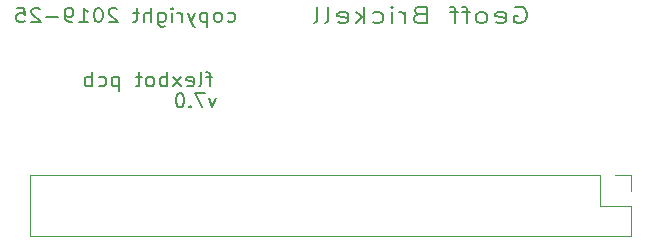
<source format=gbo>
G04 #@! TF.GenerationSoftware,KiCad,Pcbnew,8.0.8*
G04 #@! TF.CreationDate,2025-04-06T11:28:41+01:00*
G04 #@! TF.ProjectId,flexbot_PCB07,666c6578-626f-4745-9f50-434230372e6b,rev?*
G04 #@! TF.SameCoordinates,Original*
G04 #@! TF.FileFunction,Legend,Bot*
G04 #@! TF.FilePolarity,Positive*
%FSLAX46Y46*%
G04 Gerber Fmt 4.6, Leading zero omitted, Abs format (unit mm)*
G04 Created by KiCad (PCBNEW 8.0.8) date 2025-04-06 11:28:41*
%MOMM*%
%LPD*%
G01*
G04 APERTURE LIST*
%ADD10C,0.180000*%
%ADD11C,0.170000*%
%ADD12C,0.190000*%
%ADD13C,0.160000*%
%ADD14C,0.120000*%
G04 APERTURE END LIST*
D10*
X75120285Y-28955782D02*
X74834571Y-29755782D01*
X74834571Y-29755782D02*
X74548856Y-28955782D01*
X74205999Y-28555782D02*
X73405999Y-28555782D01*
X73405999Y-28555782D02*
X73920285Y-29755782D01*
X72948856Y-29641497D02*
X72891713Y-29698640D01*
X72891713Y-29698640D02*
X72948856Y-29755782D01*
X72948856Y-29755782D02*
X73005999Y-29698640D01*
X73005999Y-29698640D02*
X72948856Y-29641497D01*
X72948856Y-29641497D02*
X72948856Y-29755782D01*
X72148856Y-28555782D02*
X72034570Y-28555782D01*
X72034570Y-28555782D02*
X71920284Y-28612925D01*
X71920284Y-28612925D02*
X71863142Y-28670068D01*
X71863142Y-28670068D02*
X71805999Y-28784354D01*
X71805999Y-28784354D02*
X71748856Y-29012925D01*
X71748856Y-29012925D02*
X71748856Y-29298640D01*
X71748856Y-29298640D02*
X71805999Y-29527211D01*
X71805999Y-29527211D02*
X71863142Y-29641497D01*
X71863142Y-29641497D02*
X71920284Y-29698640D01*
X71920284Y-29698640D02*
X72034570Y-29755782D01*
X72034570Y-29755782D02*
X72148856Y-29755782D01*
X72148856Y-29755782D02*
X72263142Y-29698640D01*
X72263142Y-29698640D02*
X72320284Y-29641497D01*
X72320284Y-29641497D02*
X72377427Y-29527211D01*
X72377427Y-29527211D02*
X72434570Y-29298640D01*
X72434570Y-29298640D02*
X72434570Y-29012925D01*
X72434570Y-29012925D02*
X72377427Y-28784354D01*
X72377427Y-28784354D02*
X72320284Y-28670068D01*
X72320284Y-28670068D02*
X72263142Y-28612925D01*
X72263142Y-28612925D02*
X72148856Y-28555782D01*
D11*
X76135712Y-22489160D02*
X76259521Y-22546302D01*
X76259521Y-22546302D02*
X76507140Y-22546302D01*
X76507140Y-22546302D02*
X76630950Y-22489160D01*
X76630950Y-22489160D02*
X76692855Y-22432017D01*
X76692855Y-22432017D02*
X76754759Y-22317731D01*
X76754759Y-22317731D02*
X76754759Y-21974874D01*
X76754759Y-21974874D02*
X76692855Y-21860588D01*
X76692855Y-21860588D02*
X76630950Y-21803445D01*
X76630950Y-21803445D02*
X76507140Y-21746302D01*
X76507140Y-21746302D02*
X76259521Y-21746302D01*
X76259521Y-21746302D02*
X76135712Y-21803445D01*
X75392854Y-22546302D02*
X75516664Y-22489160D01*
X75516664Y-22489160D02*
X75578569Y-22432017D01*
X75578569Y-22432017D02*
X75640473Y-22317731D01*
X75640473Y-22317731D02*
X75640473Y-21974874D01*
X75640473Y-21974874D02*
X75578569Y-21860588D01*
X75578569Y-21860588D02*
X75516664Y-21803445D01*
X75516664Y-21803445D02*
X75392854Y-21746302D01*
X75392854Y-21746302D02*
X75207140Y-21746302D01*
X75207140Y-21746302D02*
X75083331Y-21803445D01*
X75083331Y-21803445D02*
X75021426Y-21860588D01*
X75021426Y-21860588D02*
X74959521Y-21974874D01*
X74959521Y-21974874D02*
X74959521Y-22317731D01*
X74959521Y-22317731D02*
X75021426Y-22432017D01*
X75021426Y-22432017D02*
X75083331Y-22489160D01*
X75083331Y-22489160D02*
X75207140Y-22546302D01*
X75207140Y-22546302D02*
X75392854Y-22546302D01*
X74402379Y-21746302D02*
X74402379Y-22946302D01*
X74402379Y-21803445D02*
X74278569Y-21746302D01*
X74278569Y-21746302D02*
X74030950Y-21746302D01*
X74030950Y-21746302D02*
X73907141Y-21803445D01*
X73907141Y-21803445D02*
X73845236Y-21860588D01*
X73845236Y-21860588D02*
X73783331Y-21974874D01*
X73783331Y-21974874D02*
X73783331Y-22317731D01*
X73783331Y-22317731D02*
X73845236Y-22432017D01*
X73845236Y-22432017D02*
X73907141Y-22489160D01*
X73907141Y-22489160D02*
X74030950Y-22546302D01*
X74030950Y-22546302D02*
X74278569Y-22546302D01*
X74278569Y-22546302D02*
X74402379Y-22489160D01*
X73349998Y-21746302D02*
X73040474Y-22546302D01*
X72730951Y-21746302D02*
X73040474Y-22546302D01*
X73040474Y-22546302D02*
X73164284Y-22832017D01*
X73164284Y-22832017D02*
X73226189Y-22889160D01*
X73226189Y-22889160D02*
X73349998Y-22946302D01*
X72235713Y-22546302D02*
X72235713Y-21746302D01*
X72235713Y-21974874D02*
X72173808Y-21860588D01*
X72173808Y-21860588D02*
X72111903Y-21803445D01*
X72111903Y-21803445D02*
X71988094Y-21746302D01*
X71988094Y-21746302D02*
X71864284Y-21746302D01*
X71430951Y-22546302D02*
X71430951Y-21746302D01*
X71430951Y-21346302D02*
X71492855Y-21403445D01*
X71492855Y-21403445D02*
X71430951Y-21460588D01*
X71430951Y-21460588D02*
X71369046Y-21403445D01*
X71369046Y-21403445D02*
X71430951Y-21346302D01*
X71430951Y-21346302D02*
X71430951Y-21460588D01*
X70254760Y-21746302D02*
X70254760Y-22717731D01*
X70254760Y-22717731D02*
X70316665Y-22832017D01*
X70316665Y-22832017D02*
X70378569Y-22889160D01*
X70378569Y-22889160D02*
X70502379Y-22946302D01*
X70502379Y-22946302D02*
X70688093Y-22946302D01*
X70688093Y-22946302D02*
X70811903Y-22889160D01*
X70254760Y-22489160D02*
X70378569Y-22546302D01*
X70378569Y-22546302D02*
X70626188Y-22546302D01*
X70626188Y-22546302D02*
X70749998Y-22489160D01*
X70749998Y-22489160D02*
X70811903Y-22432017D01*
X70811903Y-22432017D02*
X70873807Y-22317731D01*
X70873807Y-22317731D02*
X70873807Y-21974874D01*
X70873807Y-21974874D02*
X70811903Y-21860588D01*
X70811903Y-21860588D02*
X70749998Y-21803445D01*
X70749998Y-21803445D02*
X70626188Y-21746302D01*
X70626188Y-21746302D02*
X70378569Y-21746302D01*
X70378569Y-21746302D02*
X70254760Y-21803445D01*
X69635713Y-22546302D02*
X69635713Y-21346302D01*
X69078570Y-22546302D02*
X69078570Y-21917731D01*
X69078570Y-21917731D02*
X69140475Y-21803445D01*
X69140475Y-21803445D02*
X69264284Y-21746302D01*
X69264284Y-21746302D02*
X69449998Y-21746302D01*
X69449998Y-21746302D02*
X69573808Y-21803445D01*
X69573808Y-21803445D02*
X69635713Y-21860588D01*
X68645237Y-21746302D02*
X68149999Y-21746302D01*
X68459523Y-21346302D02*
X68459523Y-22374874D01*
X68459523Y-22374874D02*
X68397618Y-22489160D01*
X68397618Y-22489160D02*
X68273808Y-22546302D01*
X68273808Y-22546302D02*
X68149999Y-22546302D01*
X66788094Y-21460588D02*
X66726190Y-21403445D01*
X66726190Y-21403445D02*
X66602380Y-21346302D01*
X66602380Y-21346302D02*
X66292856Y-21346302D01*
X66292856Y-21346302D02*
X66169047Y-21403445D01*
X66169047Y-21403445D02*
X66107142Y-21460588D01*
X66107142Y-21460588D02*
X66045237Y-21574874D01*
X66045237Y-21574874D02*
X66045237Y-21689160D01*
X66045237Y-21689160D02*
X66107142Y-21860588D01*
X66107142Y-21860588D02*
X66849999Y-22546302D01*
X66849999Y-22546302D02*
X66045237Y-22546302D01*
X65240476Y-21346302D02*
X65116666Y-21346302D01*
X65116666Y-21346302D02*
X64992857Y-21403445D01*
X64992857Y-21403445D02*
X64930952Y-21460588D01*
X64930952Y-21460588D02*
X64869047Y-21574874D01*
X64869047Y-21574874D02*
X64807142Y-21803445D01*
X64807142Y-21803445D02*
X64807142Y-22089160D01*
X64807142Y-22089160D02*
X64869047Y-22317731D01*
X64869047Y-22317731D02*
X64930952Y-22432017D01*
X64930952Y-22432017D02*
X64992857Y-22489160D01*
X64992857Y-22489160D02*
X65116666Y-22546302D01*
X65116666Y-22546302D02*
X65240476Y-22546302D01*
X65240476Y-22546302D02*
X65364285Y-22489160D01*
X65364285Y-22489160D02*
X65426190Y-22432017D01*
X65426190Y-22432017D02*
X65488095Y-22317731D01*
X65488095Y-22317731D02*
X65549999Y-22089160D01*
X65549999Y-22089160D02*
X65549999Y-21803445D01*
X65549999Y-21803445D02*
X65488095Y-21574874D01*
X65488095Y-21574874D02*
X65426190Y-21460588D01*
X65426190Y-21460588D02*
X65364285Y-21403445D01*
X65364285Y-21403445D02*
X65240476Y-21346302D01*
X63569047Y-22546302D02*
X64311904Y-22546302D01*
X63940476Y-22546302D02*
X63940476Y-21346302D01*
X63940476Y-21346302D02*
X64064285Y-21517731D01*
X64064285Y-21517731D02*
X64188095Y-21632017D01*
X64188095Y-21632017D02*
X64311904Y-21689160D01*
X62950000Y-22546302D02*
X62702381Y-22546302D01*
X62702381Y-22546302D02*
X62578571Y-22489160D01*
X62578571Y-22489160D02*
X62516667Y-22432017D01*
X62516667Y-22432017D02*
X62392857Y-22260588D01*
X62392857Y-22260588D02*
X62330952Y-22032017D01*
X62330952Y-22032017D02*
X62330952Y-21574874D01*
X62330952Y-21574874D02*
X62392857Y-21460588D01*
X62392857Y-21460588D02*
X62454762Y-21403445D01*
X62454762Y-21403445D02*
X62578571Y-21346302D01*
X62578571Y-21346302D02*
X62826190Y-21346302D01*
X62826190Y-21346302D02*
X62950000Y-21403445D01*
X62950000Y-21403445D02*
X63011905Y-21460588D01*
X63011905Y-21460588D02*
X63073809Y-21574874D01*
X63073809Y-21574874D02*
X63073809Y-21860588D01*
X63073809Y-21860588D02*
X63011905Y-21974874D01*
X63011905Y-21974874D02*
X62950000Y-22032017D01*
X62950000Y-22032017D02*
X62826190Y-22089160D01*
X62826190Y-22089160D02*
X62578571Y-22089160D01*
X62578571Y-22089160D02*
X62454762Y-22032017D01*
X62454762Y-22032017D02*
X62392857Y-21974874D01*
X62392857Y-21974874D02*
X62330952Y-21860588D01*
X61773810Y-22089160D02*
X60783334Y-22089160D01*
X60226190Y-21460588D02*
X60164286Y-21403445D01*
X60164286Y-21403445D02*
X60040476Y-21346302D01*
X60040476Y-21346302D02*
X59730952Y-21346302D01*
X59730952Y-21346302D02*
X59607143Y-21403445D01*
X59607143Y-21403445D02*
X59545238Y-21460588D01*
X59545238Y-21460588D02*
X59483333Y-21574874D01*
X59483333Y-21574874D02*
X59483333Y-21689160D01*
X59483333Y-21689160D02*
X59545238Y-21860588D01*
X59545238Y-21860588D02*
X60288095Y-22546302D01*
X60288095Y-22546302D02*
X59483333Y-22546302D01*
X58307143Y-21346302D02*
X58926191Y-21346302D01*
X58926191Y-21346302D02*
X58988095Y-21917731D01*
X58988095Y-21917731D02*
X58926191Y-21860588D01*
X58926191Y-21860588D02*
X58802381Y-21803445D01*
X58802381Y-21803445D02*
X58492857Y-21803445D01*
X58492857Y-21803445D02*
X58369048Y-21860588D01*
X58369048Y-21860588D02*
X58307143Y-21917731D01*
X58307143Y-21917731D02*
X58245238Y-22032017D01*
X58245238Y-22032017D02*
X58245238Y-22317731D01*
X58245238Y-22317731D02*
X58307143Y-22432017D01*
X58307143Y-22432017D02*
X58369048Y-22489160D01*
X58369048Y-22489160D02*
X58492857Y-22546302D01*
X58492857Y-22546302D02*
X58802381Y-22546302D01*
X58802381Y-22546302D02*
X58926191Y-22489160D01*
X58926191Y-22489160D02*
X58988095Y-22432017D01*
D12*
X100428570Y-21304453D02*
X100599999Y-21237786D01*
X100599999Y-21237786D02*
X100857141Y-21237786D01*
X100857141Y-21237786D02*
X101114284Y-21304453D01*
X101114284Y-21304453D02*
X101285713Y-21437786D01*
X101285713Y-21437786D02*
X101371427Y-21571120D01*
X101371427Y-21571120D02*
X101457141Y-21837786D01*
X101457141Y-21837786D02*
X101457141Y-22037786D01*
X101457141Y-22037786D02*
X101371427Y-22304453D01*
X101371427Y-22304453D02*
X101285713Y-22437786D01*
X101285713Y-22437786D02*
X101114284Y-22571120D01*
X101114284Y-22571120D02*
X100857141Y-22637786D01*
X100857141Y-22637786D02*
X100685713Y-22637786D01*
X100685713Y-22637786D02*
X100428570Y-22571120D01*
X100428570Y-22571120D02*
X100342856Y-22504453D01*
X100342856Y-22504453D02*
X100342856Y-22037786D01*
X100342856Y-22037786D02*
X100685713Y-22037786D01*
X98885713Y-22571120D02*
X99057141Y-22637786D01*
X99057141Y-22637786D02*
X99399999Y-22637786D01*
X99399999Y-22637786D02*
X99571427Y-22571120D01*
X99571427Y-22571120D02*
X99657141Y-22437786D01*
X99657141Y-22437786D02*
X99657141Y-21904453D01*
X99657141Y-21904453D02*
X99571427Y-21771120D01*
X99571427Y-21771120D02*
X99399999Y-21704453D01*
X99399999Y-21704453D02*
X99057141Y-21704453D01*
X99057141Y-21704453D02*
X98885713Y-21771120D01*
X98885713Y-21771120D02*
X98799999Y-21904453D01*
X98799999Y-21904453D02*
X98799999Y-22037786D01*
X98799999Y-22037786D02*
X99657141Y-22171120D01*
X97771427Y-22637786D02*
X97942856Y-22571120D01*
X97942856Y-22571120D02*
X98028570Y-22504453D01*
X98028570Y-22504453D02*
X98114284Y-22371120D01*
X98114284Y-22371120D02*
X98114284Y-21971120D01*
X98114284Y-21971120D02*
X98028570Y-21837786D01*
X98028570Y-21837786D02*
X97942856Y-21771120D01*
X97942856Y-21771120D02*
X97771427Y-21704453D01*
X97771427Y-21704453D02*
X97514284Y-21704453D01*
X97514284Y-21704453D02*
X97342856Y-21771120D01*
X97342856Y-21771120D02*
X97257142Y-21837786D01*
X97257142Y-21837786D02*
X97171427Y-21971120D01*
X97171427Y-21971120D02*
X97171427Y-22371120D01*
X97171427Y-22371120D02*
X97257142Y-22504453D01*
X97257142Y-22504453D02*
X97342856Y-22571120D01*
X97342856Y-22571120D02*
X97514284Y-22637786D01*
X97514284Y-22637786D02*
X97771427Y-22637786D01*
X96657142Y-21704453D02*
X95971428Y-21704453D01*
X96399999Y-22637786D02*
X96399999Y-21437786D01*
X96399999Y-21437786D02*
X96314285Y-21304453D01*
X96314285Y-21304453D02*
X96142856Y-21237786D01*
X96142856Y-21237786D02*
X95971428Y-21237786D01*
X95628571Y-21704453D02*
X94942857Y-21704453D01*
X95371428Y-22637786D02*
X95371428Y-21437786D01*
X95371428Y-21437786D02*
X95285714Y-21304453D01*
X95285714Y-21304453D02*
X95114285Y-21237786D01*
X95114285Y-21237786D02*
X94942857Y-21237786D01*
X92371428Y-21904453D02*
X92114285Y-21971120D01*
X92114285Y-21971120D02*
X92028571Y-22037786D01*
X92028571Y-22037786D02*
X91942857Y-22171120D01*
X91942857Y-22171120D02*
X91942857Y-22371120D01*
X91942857Y-22371120D02*
X92028571Y-22504453D01*
X92028571Y-22504453D02*
X92114285Y-22571120D01*
X92114285Y-22571120D02*
X92285714Y-22637786D01*
X92285714Y-22637786D02*
X92971428Y-22637786D01*
X92971428Y-22637786D02*
X92971428Y-21237786D01*
X92971428Y-21237786D02*
X92371428Y-21237786D01*
X92371428Y-21237786D02*
X92200000Y-21304453D01*
X92200000Y-21304453D02*
X92114285Y-21371120D01*
X92114285Y-21371120D02*
X92028571Y-21504453D01*
X92028571Y-21504453D02*
X92028571Y-21637786D01*
X92028571Y-21637786D02*
X92114285Y-21771120D01*
X92114285Y-21771120D02*
X92200000Y-21837786D01*
X92200000Y-21837786D02*
X92371428Y-21904453D01*
X92371428Y-21904453D02*
X92971428Y-21904453D01*
X91171428Y-22637786D02*
X91171428Y-21704453D01*
X91171428Y-21971120D02*
X91085714Y-21837786D01*
X91085714Y-21837786D02*
X91000000Y-21771120D01*
X91000000Y-21771120D02*
X90828571Y-21704453D01*
X90828571Y-21704453D02*
X90657142Y-21704453D01*
X90057142Y-22637786D02*
X90057142Y-21704453D01*
X90057142Y-21237786D02*
X90142856Y-21304453D01*
X90142856Y-21304453D02*
X90057142Y-21371120D01*
X90057142Y-21371120D02*
X89971428Y-21304453D01*
X89971428Y-21304453D02*
X90057142Y-21237786D01*
X90057142Y-21237786D02*
X90057142Y-21371120D01*
X88428571Y-22571120D02*
X88599999Y-22637786D01*
X88599999Y-22637786D02*
X88942856Y-22637786D01*
X88942856Y-22637786D02*
X89114285Y-22571120D01*
X89114285Y-22571120D02*
X89199999Y-22504453D01*
X89199999Y-22504453D02*
X89285713Y-22371120D01*
X89285713Y-22371120D02*
X89285713Y-21971120D01*
X89285713Y-21971120D02*
X89199999Y-21837786D01*
X89199999Y-21837786D02*
X89114285Y-21771120D01*
X89114285Y-21771120D02*
X88942856Y-21704453D01*
X88942856Y-21704453D02*
X88599999Y-21704453D01*
X88599999Y-21704453D02*
X88428571Y-21771120D01*
X87657142Y-22637786D02*
X87657142Y-21237786D01*
X87485714Y-22104453D02*
X86971428Y-22637786D01*
X86971428Y-21704453D02*
X87657142Y-22237786D01*
X85514285Y-22571120D02*
X85685713Y-22637786D01*
X85685713Y-22637786D02*
X86028571Y-22637786D01*
X86028571Y-22637786D02*
X86199999Y-22571120D01*
X86199999Y-22571120D02*
X86285713Y-22437786D01*
X86285713Y-22437786D02*
X86285713Y-21904453D01*
X86285713Y-21904453D02*
X86199999Y-21771120D01*
X86199999Y-21771120D02*
X86028571Y-21704453D01*
X86028571Y-21704453D02*
X85685713Y-21704453D01*
X85685713Y-21704453D02*
X85514285Y-21771120D01*
X85514285Y-21771120D02*
X85428571Y-21904453D01*
X85428571Y-21904453D02*
X85428571Y-22037786D01*
X85428571Y-22037786D02*
X86285713Y-22171120D01*
X84399999Y-22637786D02*
X84571428Y-22571120D01*
X84571428Y-22571120D02*
X84657142Y-22437786D01*
X84657142Y-22437786D02*
X84657142Y-21237786D01*
X83457142Y-22637786D02*
X83628571Y-22571120D01*
X83628571Y-22571120D02*
X83714285Y-22437786D01*
X83714285Y-22437786D02*
X83714285Y-21237786D01*
D13*
X74789617Y-27178822D02*
X74294379Y-27178822D01*
X74603903Y-27978822D02*
X74603903Y-26950251D01*
X74603903Y-26950251D02*
X74541998Y-26835965D01*
X74541998Y-26835965D02*
X74418188Y-26778822D01*
X74418188Y-26778822D02*
X74294379Y-26778822D01*
X73675331Y-27978822D02*
X73799141Y-27921680D01*
X73799141Y-27921680D02*
X73861046Y-27807394D01*
X73861046Y-27807394D02*
X73861046Y-26778822D01*
X72684856Y-27921680D02*
X72808665Y-27978822D01*
X72808665Y-27978822D02*
X73056284Y-27978822D01*
X73056284Y-27978822D02*
X73180094Y-27921680D01*
X73180094Y-27921680D02*
X73241998Y-27807394D01*
X73241998Y-27807394D02*
X73241998Y-27350251D01*
X73241998Y-27350251D02*
X73180094Y-27235965D01*
X73180094Y-27235965D02*
X73056284Y-27178822D01*
X73056284Y-27178822D02*
X72808665Y-27178822D01*
X72808665Y-27178822D02*
X72684856Y-27235965D01*
X72684856Y-27235965D02*
X72622951Y-27350251D01*
X72622951Y-27350251D02*
X72622951Y-27464537D01*
X72622951Y-27464537D02*
X73241998Y-27578822D01*
X72189617Y-27978822D02*
X71508665Y-27178822D01*
X72189617Y-27178822D02*
X71508665Y-27978822D01*
X71013427Y-27978822D02*
X71013427Y-26778822D01*
X71013427Y-27235965D02*
X70889617Y-27178822D01*
X70889617Y-27178822D02*
X70641998Y-27178822D01*
X70641998Y-27178822D02*
X70518189Y-27235965D01*
X70518189Y-27235965D02*
X70456284Y-27293108D01*
X70456284Y-27293108D02*
X70394379Y-27407394D01*
X70394379Y-27407394D02*
X70394379Y-27750251D01*
X70394379Y-27750251D02*
X70456284Y-27864537D01*
X70456284Y-27864537D02*
X70518189Y-27921680D01*
X70518189Y-27921680D02*
X70641998Y-27978822D01*
X70641998Y-27978822D02*
X70889617Y-27978822D01*
X70889617Y-27978822D02*
X71013427Y-27921680D01*
X69651522Y-27978822D02*
X69775332Y-27921680D01*
X69775332Y-27921680D02*
X69837237Y-27864537D01*
X69837237Y-27864537D02*
X69899141Y-27750251D01*
X69899141Y-27750251D02*
X69899141Y-27407394D01*
X69899141Y-27407394D02*
X69837237Y-27293108D01*
X69837237Y-27293108D02*
X69775332Y-27235965D01*
X69775332Y-27235965D02*
X69651522Y-27178822D01*
X69651522Y-27178822D02*
X69465808Y-27178822D01*
X69465808Y-27178822D02*
X69341999Y-27235965D01*
X69341999Y-27235965D02*
X69280094Y-27293108D01*
X69280094Y-27293108D02*
X69218189Y-27407394D01*
X69218189Y-27407394D02*
X69218189Y-27750251D01*
X69218189Y-27750251D02*
X69280094Y-27864537D01*
X69280094Y-27864537D02*
X69341999Y-27921680D01*
X69341999Y-27921680D02*
X69465808Y-27978822D01*
X69465808Y-27978822D02*
X69651522Y-27978822D01*
X68846761Y-27178822D02*
X68351523Y-27178822D01*
X68661047Y-26778822D02*
X68661047Y-27807394D01*
X68661047Y-27807394D02*
X68599142Y-27921680D01*
X68599142Y-27921680D02*
X68475332Y-27978822D01*
X68475332Y-27978822D02*
X68351523Y-27978822D01*
X66927714Y-27178822D02*
X66927714Y-28378822D01*
X66927714Y-27235965D02*
X66803904Y-27178822D01*
X66803904Y-27178822D02*
X66556285Y-27178822D01*
X66556285Y-27178822D02*
X66432476Y-27235965D01*
X66432476Y-27235965D02*
X66370571Y-27293108D01*
X66370571Y-27293108D02*
X66308666Y-27407394D01*
X66308666Y-27407394D02*
X66308666Y-27750251D01*
X66308666Y-27750251D02*
X66370571Y-27864537D01*
X66370571Y-27864537D02*
X66432476Y-27921680D01*
X66432476Y-27921680D02*
X66556285Y-27978822D01*
X66556285Y-27978822D02*
X66803904Y-27978822D01*
X66803904Y-27978822D02*
X66927714Y-27921680D01*
X65194381Y-27921680D02*
X65318190Y-27978822D01*
X65318190Y-27978822D02*
X65565809Y-27978822D01*
X65565809Y-27978822D02*
X65689619Y-27921680D01*
X65689619Y-27921680D02*
X65751524Y-27864537D01*
X65751524Y-27864537D02*
X65813428Y-27750251D01*
X65813428Y-27750251D02*
X65813428Y-27407394D01*
X65813428Y-27407394D02*
X65751524Y-27293108D01*
X65751524Y-27293108D02*
X65689619Y-27235965D01*
X65689619Y-27235965D02*
X65565809Y-27178822D01*
X65565809Y-27178822D02*
X65318190Y-27178822D01*
X65318190Y-27178822D02*
X65194381Y-27235965D01*
X64637238Y-27978822D02*
X64637238Y-26778822D01*
X64637238Y-27235965D02*
X64513428Y-27178822D01*
X64513428Y-27178822D02*
X64265809Y-27178822D01*
X64265809Y-27178822D02*
X64142000Y-27235965D01*
X64142000Y-27235965D02*
X64080095Y-27293108D01*
X64080095Y-27293108D02*
X64018190Y-27407394D01*
X64018190Y-27407394D02*
X64018190Y-27750251D01*
X64018190Y-27750251D02*
X64080095Y-27864537D01*
X64080095Y-27864537D02*
X64142000Y-27921680D01*
X64142000Y-27921680D02*
X64265809Y-27978822D01*
X64265809Y-27978822D02*
X64513428Y-27978822D01*
X64513428Y-27978822D02*
X64637238Y-27921680D01*
D14*
X110296000Y-40700000D02*
X110296000Y-38100000D01*
X110296000Y-40700000D02*
X59376000Y-40700000D01*
X59376000Y-40700000D02*
X59376000Y-35500000D01*
X107696000Y-35500000D02*
X59376000Y-35500000D01*
X107696000Y-38100000D02*
X107696000Y-35500000D01*
X110296000Y-38100000D02*
X107696000Y-38100000D01*
X110296000Y-35500000D02*
X108966000Y-35500000D01*
X110296000Y-36830000D02*
X110296000Y-35500000D01*
M02*

</source>
